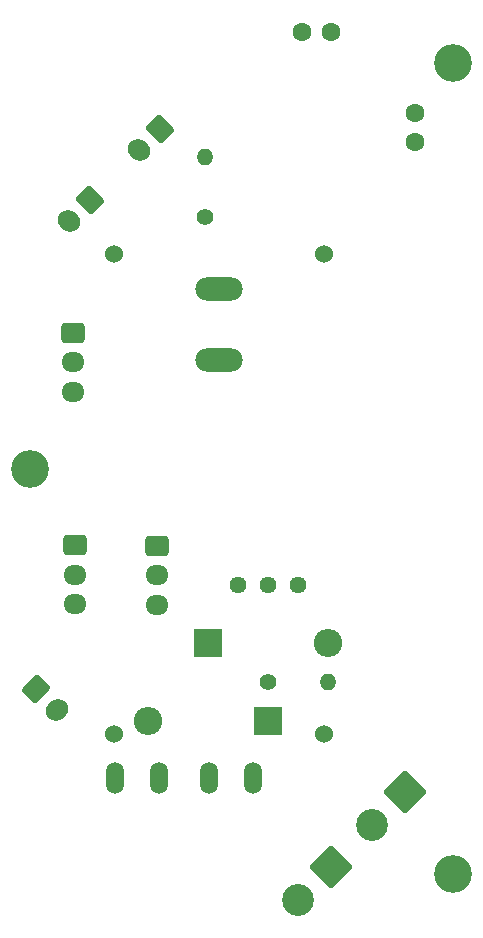
<source format=gbr>
%TF.GenerationSoftware,KiCad,Pcbnew,7.0.9*%
%TF.CreationDate,2024-12-16T14:55:58+09:00*%
%TF.ProjectId,____,fb90fa7f-2e6b-4696-9361-645f70636258,rev?*%
%TF.SameCoordinates,Original*%
%TF.FileFunction,Soldermask,Bot*%
%TF.FilePolarity,Negative*%
%FSLAX46Y46*%
G04 Gerber Fmt 4.6, Leading zero omitted, Abs format (unit mm)*
G04 Created by KiCad (PCBNEW 7.0.9) date 2024-12-16 14:55:58*
%MOMM*%
%LPD*%
G01*
G04 APERTURE LIST*
G04 Aperture macros list*
%AMRoundRect*
0 Rectangle with rounded corners*
0 $1 Rounding radius*
0 $2 $3 $4 $5 $6 $7 $8 $9 X,Y pos of 4 corners*
0 Add a 4 corners polygon primitive as box body*
4,1,4,$2,$3,$4,$5,$6,$7,$8,$9,$2,$3,0*
0 Add four circle primitives for the rounded corners*
1,1,$1+$1,$2,$3*
1,1,$1+$1,$4,$5*
1,1,$1+$1,$6,$7*
1,1,$1+$1,$8,$9*
0 Add four rect primitives between the rounded corners*
20,1,$1+$1,$2,$3,$4,$5,0*
20,1,$1+$1,$4,$5,$6,$7,0*
20,1,$1+$1,$6,$7,$8,$9,0*
20,1,$1+$1,$8,$9,$2,$3,0*%
%AMHorizOval*
0 Thick line with rounded ends*
0 $1 width*
0 $2 $3 position (X,Y) of the first rounded end (center of the circle)*
0 $4 $5 position (X,Y) of the second rounded end (center of the circle)*
0 Add line between two ends*
20,1,$1,$2,$3,$4,$5,0*
0 Add two circle primitives to create the rounded ends*
1,1,$1,$2,$3*
1,1,$1,$4,$5*%
G04 Aperture macros list end*
%ADD10RoundRect,0.250000X-0.954594X-0.106066X-0.106066X-0.954594X0.954594X0.106066X0.106066X0.954594X0*%
%ADD11HorizOval,1.700000X-0.106066X-0.106066X0.106066X0.106066X0*%
%ADD12R,2.400000X2.400000*%
%ADD13O,2.400000X2.400000*%
%ADD14C,1.400000*%
%ADD15O,1.400000X1.400000*%
%ADD16C,3.200000*%
%ADD17C,1.440000*%
%ADD18O,1.500000X2.700000*%
%ADD19RoundRect,0.250000X-0.725000X0.600000X-0.725000X-0.600000X0.725000X-0.600000X0.725000X0.600000X0*%
%ADD20O,1.950000X1.700000*%
%ADD21O,4.000000X2.000000*%
%ADD22RoundRect,0.250001X0.000000X1.555634X-1.555634X0.000000X0.000000X-1.555634X1.555634X0.000000X0*%
%ADD23C,2.700000*%
%ADD24RoundRect,0.250000X-0.106066X0.954594X-0.954594X0.106066X0.106066X-0.954594X0.954594X-0.106066X0*%
%ADD25HorizOval,1.700000X-0.106066X0.106066X0.106066X-0.106066X0*%
%ADD26C,1.600000*%
%ADD27C,1.524000*%
G04 APERTURE END LIST*
D10*
%TO.C,Voltmeter*%
X102844600Y-125831600D03*
D11*
X104612367Y-127599367D03*
%TD*%
D12*
%TO.C,D1*%
X117373400Y-121894600D03*
D13*
X127533400Y-121894600D03*
%TD*%
D14*
%TO.C,R2*%
X122453400Y-125196600D03*
D15*
X127533400Y-125196600D03*
%TD*%
D16*
%TO.C,REF\u002A\u002A*%
X138150600Y-141452600D03*
%TD*%
D17*
%TO.C,RV1*%
X125018800Y-116992400D03*
X122478800Y-116992400D03*
X119938800Y-116992400D03*
%TD*%
D18*
%TO.C,Fuse*%
X121208800Y-133350000D03*
X117508800Y-133350000D03*
X113208800Y-133350000D03*
X109508800Y-133350000D03*
%TD*%
D19*
%TO.C,12V_Out*%
X106095800Y-113665000D03*
D20*
X106095800Y-116165000D03*
X106095800Y-118665000D03*
%TD*%
D19*
%TO.C,SW2*%
X113055400Y-113690400D03*
D20*
X113055400Y-116190400D03*
X113055400Y-118690400D03*
%TD*%
D21*
%TO.C,SW1*%
X118287800Y-97993200D03*
X118287800Y-91993200D03*
%TD*%
D16*
%TO.C,REF\u002A\u002A*%
X138125200Y-72847200D03*
%TD*%
D22*
%TO.C,BT_Input*%
X134097580Y-134523238D03*
D23*
X131297437Y-137323381D03*
%TD*%
D14*
%TO.C,R1*%
X117144800Y-85902800D03*
D15*
X117144800Y-80822800D03*
%TD*%
D24*
%TO.C,5V_out*%
X107416600Y-84455000D03*
D25*
X105648833Y-86222767D03*
%TD*%
D26*
%TO.C,C3*%
X134950200Y-77038200D03*
X134950200Y-79538200D03*
%TD*%
D24*
%TO.C,J4*%
X113360200Y-78435200D03*
D25*
X111592433Y-80202967D03*
%TD*%
D19*
%TO.C,J2*%
X105943400Y-95660200D03*
D20*
X105943400Y-98160200D03*
X105943400Y-100660200D03*
%TD*%
D26*
%TO.C,C2*%
X125338200Y-70180200D03*
X127838200Y-70180200D03*
%TD*%
D12*
%TO.C,D2*%
X122504200Y-128524000D03*
D13*
X112344200Y-128524000D03*
%TD*%
D22*
%TO.C,J3*%
X127787400Y-140868400D03*
D23*
X124987257Y-143668543D03*
%TD*%
D16*
%TO.C,REF\u002A\u002A*%
X102362000Y-107162600D03*
%TD*%
D27*
%TO.C,U2*%
X109423200Y-88976200D03*
X127203200Y-88976200D03*
X109423200Y-129616200D03*
X127203200Y-129616200D03*
%TD*%
M02*

</source>
